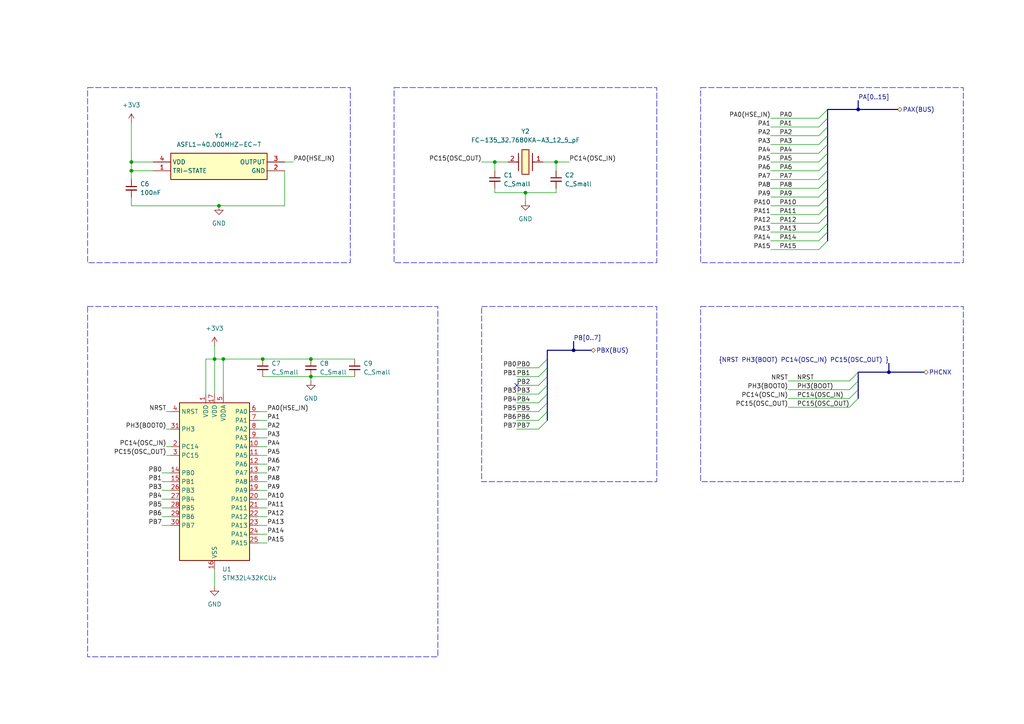
<source format=kicad_sch>
(kicad_sch (version 20231120) (generator "eeschema") (generator_version "8.0")
  (paper "A4")
  (lib_symbols
    (symbol "ASLF1_40MHZ_1:ASFL1-40.000MHZ-EC-T"
      (property "Reference" "Y" (at 34.29 7.62 0))
      (property "Value" "ASFL1-40.000MHZ-EC-T" (at 34.29 5.08 0))
      (symbol "ASFL1-40.000MHZ-EC-T_1_1"
        (rectangle (start 5.08 2.54) (end 33.02 -5.08) (stroke (width 0.254)) (fill (type background)))
        (pin passive line (at 0 -2.54 0) (length 5.08) (name "TRI-STATE") (number "1"))
        (pin passive line (at 38.1 -2.54 180) (length 5.08) (name "GND") (number "2"))
        (pin passive line (at 38.1 0 180) (length 5.08) (name "OUTPUT") (number "3"))
        (pin passive line (at 0 0 0) (length 5.08) (name "VDD") (number "4"))
      )
    )
    (symbol "Device:C_Small" (pin_numbers hide) (pin_names (offset 0.254) hide)
      (property "Reference" "C" (at 0.254 1.778 0))
      (property "Value" "C_Small" (at 0.254 -2.032 0))
      (symbol "C_Small_0_1"
        (polyline (pts (xy -1.524 -0.508) (xy 1.524 -0.508)) (stroke (width 0.3302)))
        (polyline (pts (xy -1.524 0.508) (xy 1.524 0.508)) (stroke (width 0.3048)))
      )
      (symbol "C_Small_1_1"
        (pin passive line (at 0 2.54 270) (length 2.032) (name "~") (number "1"))
        (pin passive line (at 0 -2.54 90) (length 2.032) (name "~") (number "2"))
      )
    )
    (symbol "FC_135_CLOCK_KI_CAD:FC-135_32.7680KA-A3" (pin_names hide)
      (property "Reference" "Y" (at 8.89 6.35 0))
      (property "Value" "FC-135_32.7680KA-A3" (at 8.89 3.81 0))
      (symbol "FC-135_32.7680KA-A3_1_1"
        (polyline (pts (xy 3.048 0) (xy 2.54 0)) (stroke (width 0.254)))
        (polyline (pts (xy 3.048 2.54) (xy 3.048 -2.54)) (stroke (width 0.254)))
        (polyline (pts (xy 7.112 0) (xy 7.62 0)) (stroke (width 0.254)))
        (polyline (pts (xy 7.112 2.54) (xy 7.112 -2.54)) (stroke (width 0.254)))
        (rectangle (start 4.064 3.556) (end 6.096 -3.556) (stroke (width 0.254)) (fill (type background)))
        (pin passive line (at 10.16 0 180) (length 2.54) (name "") (number "1"))
        (pin passive line (at 0 0 0) (length 2.54) (name "X2") (number "2"))
      )
    )
    (symbol "MCU_ST_STM32L4:STM32L432KCUx"
      (property "Reference" "U" (at -10.16 24.13 0))
      (property "Value" "STM32L432KCUx" (at 5.08 24.13 0))
      (symbol "STM32L432KCUx_0_1"
        (rectangle (start -10.16 -22.86) (end 10.16 22.86) (stroke (width 0.254)) (fill (type background)))
      )
      (symbol "STM32L432KCUx_1_1"
        (pin power_in line (at -2.54 25.4 270) (length 2.54) (name "VDD") (number "1"))
        (pin bidirectional line (at 12.7 10.16 180) (length 2.54) (name "PA4") (number "10"))
        (pin bidirectional line (at 12.7 7.62 180) (length 2.54) (name "PA5") (number "11"))
        (pin bidirectional line (at 12.7 5.08 180) (length 2.54) (name "PA6") (number "12"))
        (pin bidirectional line (at 12.7 2.54 180) (length 2.54) (name "PA7") (number "13"))
        (pin bidirectional line (at -12.7 2.54 0) (length 2.54) (name "PB0") (number "14"))
        (pin bidirectional line (at -12.7 0 0) (length 2.54) (name "PB1") (number "15"))
        (pin power_in line (at 0 -25.4 90) (length 2.54) (name "VSS") (number "16"))
        (pin power_in line (at 0 25.4 270) (length 2.54) (name "VDD") (number "17"))
        (pin bidirectional line (at 12.7 0 180) (length 2.54) (name "PA8") (number "18"))
        (pin bidirectional line (at 12.7 -2.54 180) (length 2.54) (name "PA9") (number "19"))
        (pin bidirectional line (at -12.7 10.16 0) (length 2.54) (name "PC14") (number "2"))
        (pin bidirectional line (at 12.7 -5.08 180) (length 2.54) (name "PA10") (number "20"))
        (pin bidirectional line (at 12.7 -7.62 180) (length 2.54) (name "PA11") (number "21"))
        (pin bidirectional line (at 12.7 -10.16 180) (length 2.54) (name "PA12") (number "22"))
        (pin bidirectional line (at 12.7 -12.7 180) (length 2.54) (name "PA13") (number "23"))
        (pin bidirectional line (at 12.7 -15.24 180) (length 2.54) (name "PA14") (number "24"))
        (pin bidirectional line (at 12.7 -17.78 180) (length 2.54) (name "PA15") (number "25"))
        (pin bidirectional line (at -12.7 -2.54 0) (length 2.54) (name "PB3") (number "26"))
        (pin bidirectional line (at -12.7 -5.08 0) (length 2.54) (name "PB4") (number "27"))
        (pin bidirectional line (at -12.7 -7.62 0) (length 2.54) (name "PB5") (number "28"))
        (pin bidirectional line (at -12.7 -10.16 0) (length 2.54) (name "PB6") (number "29"))
        (pin bidirectional line (at -12.7 7.62 0) (length 2.54) (name "PC15") (number "3"))
        (pin bidirectional line (at -12.7 -12.7 0) (length 2.54) (name "PB7") (number "30"))
        (pin bidirectional line (at -12.7 15.24 0) (length 2.54) (name "PH3") (number "31"))
        (pin passive line (at 0 -25.4 90) (length 2.54) hide (name "VSS") (number "32"))
        (pin passive line (at 0 -25.4 90) (length 2.54) hide (name "VSS") (number "33"))
        (pin input line (at -12.7 20.32 0) (length 2.54) (name "NRST") (number "4"))
        (pin power_in line (at 2.54 25.4 270) (length 2.54) (name "VDDA") (number "5"))
        (pin bidirectional line (at 12.7 20.32 180) (length 2.54) (name "PA0") (number "6"))
        (pin bidirectional line (at 12.7 17.78 180) (length 2.54) (name "PA1") (number "7"))
        (pin bidirectional line (at 12.7 15.24 180) (length 2.54) (name "PA2") (number "8"))
        (pin bidirectional line (at 12.7 12.7 180) (length 2.54) (name "PA3") (number "9"))
      )
    )
    (symbol "power:+3V3" (power) (pin_numbers hide) (pin_names (offset 0) hide)
      (property "Value" "+3V3" (at 0 3.556 0))
      (symbol "+3V3_0_1"
        (polyline (pts (xy -0.762 1.27) (xy 0 2.54)))
        (polyline (pts (xy 0 0) (xy 0 2.54)))
        (polyline (pts (xy 0 2.54) (xy 0.762 1.27)))
      )
      (symbol "+3V3_1_1"
        (pin power_in line (at 0 0 90) (length 0) (name "~") (number "1"))
      )
    )
    (symbol "power:GND" (power) (pin_numbers hide) (pin_names (offset 0) hide)
      (property "Value" "GND" (at 0 -3.81 0))
      (symbol "GND_0_1"
        (polyline (pts (xy 0 0) (xy 0 -1.27) (xy 1.27 -1.27) (xy 0 -2.54) (xy -1.27 -1.27) (xy 0 -1.27)))
      )
      (symbol "GND_1_1"
        (pin power_in line (at 0 0 270) (length 0) (name "~") (number "1"))
      )
    )
  )
  (junction (at 63.5 59.69))
  (junction (at 257.81 107.95))
  (junction (at 161.29 46.99))
  (junction (at 62.23 104.14))
  (junction (at 76.2 104.14))
  (junction (at 143.51 46.99))
  (junction (at 248.92 31.75))
  (junction (at 152.4 55.88))
  (junction (at 64.77 104.14))
  (junction (at 90.17 104.14))
  (junction (at 38.1 46.99))
  (junction (at 90.17 109.22))
  (junction (at 38.1 49.53))
  (junction (at 166.37 101.6))
  (no_connect (at 149.86 111.76))
  (bus_entry (at 240.03 64.77) (size -2.54 2.54))
  (bus_entry (at 240.03 59.69) (size -2.54 2.54))
  (bus_entry (at 240.03 44.45) (size -2.54 2.54))
  (bus_entry (at 158.75 111.76) (size -2.54 2.54))
  (bus_entry (at 248.92 115.57) (size -2.54 2.54))
  (bus_entry (at 240.03 31.75) (size -2.54 2.54))
  (bus_entry (at 240.03 34.29) (size -2.54 2.54))
  (bus_entry (at 248.92 110.49) (size -2.54 2.54))
  (bus_entry (at 158.75 104.14) (size -2.54 2.54))
  (bus_entry (at 158.75 121.92) (size -2.54 2.54))
  (bus_entry (at 248.92 107.95) (size -2.54 2.54))
  (bus_entry (at 158.75 109.22) (size -2.54 2.54))
  (bus_entry (at 240.03 54.61) (size -2.54 2.54))
  (bus_entry (at 158.75 116.84) (size -2.54 2.54))
  (bus_entry (at 248.92 113.03) (size -2.54 2.54))
  (bus_entry (at 240.03 36.83) (size -2.54 2.54))
  (bus_entry (at 240.03 67.31) (size -2.54 2.54))
  (bus_entry (at 158.75 106.68) (size -2.54 2.54))
  (bus_entry (at 158.75 119.38) (size -2.54 2.54))
  (bus_entry (at 240.03 57.15) (size -2.54 2.54))
  (bus_entry (at 158.75 114.3) (size -2.54 2.54))
  (bus_entry (at 240.03 62.23) (size -2.54 2.54))
  (bus_entry (at 240.03 69.85) (size -2.54 2.54))
  (bus_entry (at 240.03 52.07) (size -2.54 2.54))
  (bus_entry (at 240.03 39.37) (size -2.54 2.54))
  (bus_entry (at 240.03 49.53) (size -2.54 2.54))
  (bus_entry (at 240.03 41.91) (size -2.54 2.54))
  (bus_entry (at 240.03 46.99) (size -2.54 2.54))
  (wire (pts (xy 143.51 55.88) (xy 143.51 54.61)))
  (wire (pts (xy 38.1 59.69) (xy 63.5 59.69)))
  (wire (pts (xy 46.99 147.32) (xy 49.53 147.32)))
  (wire (pts (xy 38.1 57.15) (xy 38.1 59.69)))
  (wire (pts (xy 223.52 41.91) (xy 237.49 41.91)))
  (bus (pts (xy 158.75 119.38) (xy 158.75 121.92)))
  (wire (pts (xy 77.47 149.86) (xy 74.93 149.86)))
  (wire (pts (xy 237.49 57.15) (xy 223.52 57.15)))
  (bus (pts (xy 257.81 107.95) (xy 267.97 107.95)))
  (wire (pts (xy 77.47 152.4) (xy 74.93 152.4)))
  (bus (pts (xy 240.03 46.99) (xy 240.03 49.53)))
  (bus (pts (xy 166.37 101.6) (xy 171.45 101.6)))
  (wire (pts (xy 48.26 129.54) (xy 49.53 129.54)))
  (wire (pts (xy 62.23 165.1) (xy 62.23 170.18)))
  (bus (pts (xy 158.75 109.22) (xy 158.75 111.76)))
  (wire (pts (xy 77.47 147.32) (xy 74.93 147.32)))
  (wire (pts (xy 46.99 144.78) (xy 49.53 144.78)))
  (wire (pts (xy 90.17 104.14) (xy 102.87 104.14)))
  (wire (pts (xy 223.52 39.37) (xy 237.49 39.37)))
  (wire (pts (xy 90.17 109.22) (xy 90.17 110.49)))
  (wire (pts (xy 46.99 142.24) (xy 49.53 142.24)))
  (bus (pts (xy 158.75 116.84) (xy 158.75 119.38)))
  (wire (pts (xy 223.52 54.61) (xy 237.49 54.61)))
  (bus (pts (xy 248.92 29.21) (xy 248.92 31.75)))
  (wire (pts (xy 44.45 46.99) (xy 38.1 46.99)))
  (wire (pts (xy 228.6 113.03) (xy 246.38 113.03)))
  (wire (pts (xy 38.1 49.53) (xy 38.1 52.07)))
  (wire (pts (xy 223.52 67.31) (xy 237.49 67.31)))
  (bus (pts (xy 240.03 57.15) (xy 240.03 59.69)))
  (wire (pts (xy 223.52 72.39) (xy 237.49 72.39)))
  (bus (pts (xy 158.75 104.14) (xy 158.75 101.6)))
  (bus (pts (xy 166.37 99.06) (xy 166.37 101.6)))
  (wire (pts (xy 228.6 115.57) (xy 246.38 115.57)))
  (wire (pts (xy 149.86 116.84) (xy 156.21 116.84)))
  (bus (pts (xy 240.03 49.53) (xy 240.03 52.07)))
  (wire (pts (xy 77.47 134.62) (xy 74.93 134.62)))
  (wire (pts (xy 48.26 132.08) (xy 49.53 132.08)))
  (wire (pts (xy 38.1 49.53) (xy 38.1 46.99)))
  (wire (pts (xy 82.55 46.99) (xy 85.09 46.99)))
  (wire (pts (xy 228.6 110.49) (xy 246.38 110.49)))
  (wire (pts (xy 77.47 119.38) (xy 74.93 119.38)))
  (wire (pts (xy 161.29 49.53) (xy 161.29 46.99)))
  (wire (pts (xy 237.49 34.29) (xy 223.52 34.29)))
  (bus (pts (xy 240.03 64.77) (xy 240.03 67.31)))
  (wire (pts (xy 64.77 104.14) (xy 64.77 114.3)))
  (wire (pts (xy 77.47 154.94) (xy 74.93 154.94)))
  (bus (pts (xy 240.03 31.75) (xy 248.92 31.75)))
  (wire (pts (xy 152.4 55.88) (xy 152.4 58.42)))
  (bus (pts (xy 248.92 115.57) (xy 248.92 113.03)))
  (wire (pts (xy 228.6 118.11) (xy 246.38 118.11)))
  (wire (pts (xy 48.26 119.38) (xy 49.53 119.38)))
  (bus (pts (xy 248.92 113.03) (xy 248.92 110.49)))
  (wire (pts (xy 77.47 132.08) (xy 74.93 132.08)))
  (wire (pts (xy 77.47 129.54) (xy 74.93 129.54)))
  (wire (pts (xy 77.47 124.46) (xy 74.93 124.46)))
  (wire (pts (xy 76.2 104.14) (xy 64.77 104.14)))
  (wire (pts (xy 82.55 59.69) (xy 82.55 49.53)))
  (bus (pts (xy 240.03 59.69) (xy 240.03 62.23)))
  (bus (pts (xy 158.75 114.3) (xy 158.75 116.84)))
  (wire (pts (xy 149.86 119.38) (xy 156.21 119.38)))
  (bus (pts (xy 240.03 67.31) (xy 240.03 69.85)))
  (wire (pts (xy 149.86 124.46) (xy 156.21 124.46)))
  (wire (pts (xy 77.47 127) (xy 74.93 127)))
  (wire (pts (xy 161.29 46.99) (xy 165.1 46.99)))
  (wire (pts (xy 59.69 104.14) (xy 59.69 114.3)))
  (wire (pts (xy 76.2 104.14) (xy 90.17 104.14)))
  (bus (pts (xy 240.03 62.23) (xy 240.03 64.77)))
  (wire (pts (xy 223.52 64.77) (xy 237.49 64.77)))
  (wire (pts (xy 46.99 149.86) (xy 49.53 149.86)))
  (bus (pts (xy 248.92 107.95) (xy 257.81 107.95)))
  (wire (pts (xy 223.52 62.23) (xy 237.49 62.23)))
  (bus (pts (xy 240.03 44.45) (xy 240.03 46.99)))
  (wire (pts (xy 147.32 46.99) (xy 143.51 46.99)))
  (wire (pts (xy 149.86 121.92) (xy 156.21 121.92)))
  (wire (pts (xy 143.51 46.99) (xy 143.51 49.53)))
  (wire (pts (xy 44.45 49.53) (xy 38.1 49.53)))
  (bus (pts (xy 240.03 52.07) (xy 240.03 54.61)))
  (wire (pts (xy 64.77 104.14) (xy 62.23 104.14)))
  (bus (pts (xy 240.03 31.75) (xy 240.03 34.29)))
  (wire (pts (xy 48.26 124.46) (xy 49.53 124.46)))
  (bus (pts (xy 158.75 111.76) (xy 158.75 114.3)))
  (wire (pts (xy 143.51 55.88) (xy 152.4 55.88)))
  (wire (pts (xy 77.47 121.92) (xy 74.93 121.92)))
  (bus (pts (xy 248.92 110.49) (xy 248.92 107.95)))
  (wire (pts (xy 77.47 137.16) (xy 74.93 137.16)))
  (bus (pts (xy 257.81 105.41) (xy 257.81 107.95)))
  (wire (pts (xy 76.2 109.22) (xy 90.17 109.22)))
  (wire (pts (xy 161.29 55.88) (xy 152.4 55.88)))
  (wire (pts (xy 139.7 46.99) (xy 143.51 46.99)))
  (wire (pts (xy 161.29 55.88) (xy 161.29 54.61)))
  (wire (pts (xy 149.86 114.3) (xy 156.21 114.3)))
  (wire (pts (xy 223.52 36.83) (xy 237.49 36.83)))
  (bus (pts (xy 240.03 34.29) (xy 240.03 36.83)))
  (wire (pts (xy 62.23 100.33) (xy 62.23 104.14)))
  (wire (pts (xy 77.47 139.7) (xy 74.93 139.7)))
  (wire (pts (xy 149.86 111.76) (xy 156.21 111.76)))
  (wire (pts (xy 223.52 52.07) (xy 237.49 52.07)))
  (bus (pts (xy 158.75 101.6) (xy 166.37 101.6)))
  (wire (pts (xy 46.99 152.4) (xy 49.53 152.4)))
  (wire (pts (xy 156.21 106.68) (xy 149.86 106.68)))
  (wire (pts (xy 77.47 157.48) (xy 74.93 157.48)))
  (wire (pts (xy 62.23 104.14) (xy 59.69 104.14)))
  (bus (pts (xy 240.03 36.83) (xy 240.03 39.37)))
  (bus (pts (xy 248.92 31.75) (xy 260.35 31.75)))
  (wire (pts (xy 62.23 104.14) (xy 62.23 114.3)))
  (wire (pts (xy 46.99 137.16) (xy 49.53 137.16)))
  (wire (pts (xy 46.99 139.7) (xy 49.53 139.7)))
  (wire (pts (xy 223.52 69.85) (xy 237.49 69.85)))
  (bus (pts (xy 240.03 39.37) (xy 240.03 41.91)))
  (wire (pts (xy 223.52 44.45) (xy 237.49 44.45)))
  (wire (pts (xy 38.1 46.99) (xy 38.1 35.56)))
  (wire (pts (xy 223.52 49.53) (xy 237.49 49.53)))
  (wire (pts (xy 157.48 46.99) (xy 161.29 46.99)))
  (bus (pts (xy 158.75 106.68) (xy 158.75 109.22)))
  (wire (pts (xy 77.47 144.78) (xy 74.93 144.78)))
  (wire (pts (xy 63.5 59.69) (xy 82.55 59.69)))
  (wire (pts (xy 223.52 46.99) (xy 237.49 46.99)))
  (wire (pts (xy 77.47 142.24) (xy 74.93 142.24)))
  (bus (pts (xy 240.03 41.91) (xy 240.03 44.45)))
  (wire (pts (xy 90.17 109.22) (xy 102.87 109.22)))
  (bus (pts (xy 240.03 54.61) (xy 240.03 57.15)))
  (bus (pts (xy 158.75 106.68) (xy 158.75 104.14)))
  (wire (pts (xy 149.86 109.22) (xy 156.21 109.22)))
  (wire (pts (xy 237.49 59.69) (xy 223.52 59.69)))
  (rectangle (start 114.3 25.4) (end 190.5 76.2) (stroke (width 0) (type dash)))
  (rectangle (start 139.7 88.9) (end 190.5 139.7) (stroke (width 0) (type dash)))
  (rectangle (start 203.2 25.4) (end 279.4 76.2) (stroke (width 0) (type dash)))
  (rectangle (start 25.4 25.4) (end 101.6 76.2) (stroke (width 0) (type dash)))
  (rectangle (start 25.4 88.9) (end 127 190.5) (stroke (width 0) (type dash)))
  (rectangle (start 203.2 88.9) (end 279.4 139.7) (stroke (width 0) (type dash)))
  (label "PA0(HSE_IN)" (at 223.52 34.29 180))
  (label "PB4" (at 149.86 116.84 180))
  (label "PA14" (at 223.52 69.85 180))
  (label "PC14(OSC_IN)" (at 48.26 129.54 180))
  (label "PA3" (at 226.06 41.91 0))
  (label "PA4" (at 77.47 129.54 0))
  (label "PB2" (at 149.86 111.76 0))
  (label "PA6" (at 223.52 49.53 180))
  (label "PA10" (at 77.47 144.78 0))
  (label "PA6" (at 77.47 134.62 0))
  (label "PA14" (at 226.06 69.85 0))
  (label "PA3" (at 77.47 127 0))
  (label "PA[0..15]" (at 248.92 29.21 0))
  (label "PB1" (at 46.99 139.7 180))
  (label "PC15(OSC_OUT)" (at 48.26 132.08 180))
  (label "NRST" (at 231.14 110.49 0))
  (label "PA15" (at 77.47 157.48 0))
  (label "NRST" (at 228.6 110.49 180))
  (label "PA5" (at 223.52 46.99 180))
  (label "PA15" (at 223.52 72.39 180))
  (label "PB5" (at 149.86 119.38 0))
  (label "PA7" (at 223.52 52.07 180))
  (label "NRST" (at 48.26 119.38 180))
  (label "PB7" (at 149.86 124.46 0))
  (label "PA12" (at 223.52 64.77 180))
  (label "PC14(OSC_IN)" (at 231.14 115.57 0))
  (label "PA5" (at 226.06 46.99 0))
  (label "PB5" (at 149.86 119.38 180))
  (label "PA13" (at 223.52 67.31 180))
  (label "PB4" (at 46.99 144.78 180))
  (label "PA8" (at 226.06 54.61 0))
  (label "PA4" (at 223.52 44.45 180))
  (label "PA0(HSE_IN)" (at 77.47 119.38 0))
  (label "PA11" (at 226.06 62.23 0))
  (label "PC15(OSC_OUT)" (at 228.6 118.11 180))
  (label "PA13" (at 77.47 152.4 0))
  (label "PA8" (at 77.47 139.7 0))
  (label "PB0" (at 149.86 106.68 180))
  (label "PA5" (at 77.47 132.08 0))
  (label "PA8" (at 223.52 54.61 180))
  (label "PA1" (at 226.06 36.83 0))
  (label "PB1" (at 149.86 109.22 0))
  (label "PB6" (at 149.86 121.92 0))
  (label "PA1" (at 77.47 121.92 0))
  (label "PA15" (at 226.06 72.39 0))
  (label "PB3" (at 149.86 114.3 0))
  (label "PA3" (at 223.52 41.91 180))
  (label "PC15(OSC_OUT)" (at 139.7 46.99 180))
  (label "PA11" (at 77.47 147.32 0))
  (label "PB3" (at 149.86 114.3 180))
  (label "PB0" (at 149.86 106.68 0))
  (label "PA7" (at 226.06 52.07 0))
  (label "PA11" (at 223.52 62.23 180))
  (label "PB3" (at 46.99 142.24 180))
  (label "PA2" (at 226.06 39.37 0))
  (label "PA7" (at 77.47 137.16 0))
  (label "PA6" (at 226.06 49.53 0))
  (label "PC14(OSC_IN)" (at 165.1 46.99 0))
  (label "PB5" (at 46.99 147.32 180))
  (label "PA4" (at 226.06 44.45 0))
  (label "PB7" (at 46.99 152.4 180))
  (label "PB4" (at 149.86 116.84 0))
  (label "PA2" (at 223.52 39.37 180))
  (label "PA10" (at 226.06 59.69 0))
  (label "PH3(BOOT)" (at 231.14 113.03 0))
  (label "PH3(BOOT0)" (at 228.6 113.03 180))
  (label "PA13" (at 226.06 67.31 0))
  (label "PA9" (at 226.06 57.15 0))
  (label "PA9" (at 223.52 57.15 180))
  (label "PA12" (at 226.06 64.77 0))
  (label "PA1" (at 223.52 36.83 180))
  (label "PA10" (at 223.52 59.69 180))
  (label "PB6" (at 46.99 149.86 180))
  (label "PB7" (at 149.86 124.46 180))
  (label "PB6" (at 149.86 121.92 180))
  (label "PA2" (at 77.47 124.46 0))
  (label "PA0" (at 226.06 34.29 0))
  (label "{NRST PH3(BOOT) PC14(OSC_IN) PC15(OSC_OUT) }" (at 257.81 105.41 180))
  (label "PB1" (at 149.86 109.22 180))
  (label "PA9" (at 77.47 142.24 0))
  (label "PC15(OSC_OUT)" (at 231.14 118.11 0))
  (label "PC14(OSC_IN)" (at 228.6 115.57 180))
  (label "PA12" (at 77.47 149.86 0))
  (label "PH3(BOOT0)" (at 48.26 124.46 180))
  (label "PA0(HSE_IN)" (at 85.09 46.99 0))
  (label "PB0" (at 46.99 137.16 180))
  (label "PA14" (at 77.47 154.94 0))
  (label "PB[0..7]" (at 166.37 99.06 0))
  (hierarchical_label "PAX(BUS)" (shape bidirectional) (at 260.35 31.75 0))
  (hierarchical_label "PBX(BUS)" (shape bidirectional) (at 171.45 101.6 0))
  (hierarchical_label "PHCNX" (shape bidirectional) (at 267.97 107.95 0))
  (symbol (lib_id "Device:C_Small") (at 102.87 106.68 0) (unit 1)
    (property "Reference" "C9" (at 105.41 105.4162 0) (effects (justify left)))
    (property "Value" "C_Small" (at 105.41 107.9562 0) (effects (justify left)))
    (property "Footprint" "Capacitor_SMD:C_0603_1608Metric" (effects (hide yes)))
    (property "Description" "Unpolarized capacitor, small symbol" (effects (hide yes)))
  )
  (symbol (lib_id "power:GND") (at 152.4 58.42 0) (unit 1)
    (property "Reference" "#PWR012" (effects (hide yes)))
    (property "Value" "GND" (at 152.4 63.5 0))
    (property "Description" "Power symbol creates a global label with name \"GND\" , ground" (effects (hide yes)))
  )
  (symbol (lib_id "power:GND") (at 62.23 170.18 0) (unit 1)
    (property "Reference" "#PWR02" (effects (hide yes)))
    (property "Value" "GND" (at 62.23 175.26 0))
    (property "Description" "Power symbol creates a global label with name \"GND\" , ground" (effects (hide yes)))
  )
  (symbol (lib_id "power:GND") (at 63.5 59.69 0) (unit 1)
    (property "Reference" "#PWR03" (effects (hide yes)))
    (property "Value" "GND" (at 63.5 64.77 0))
    (property "Description" "Power symbol creates a global label with name \"GND\" , ground" (effects (hide yes)))
  )
  (symbol (lib_id "MCU_ST_STM32L4:STM32L432KCUx") (at 62.23 139.7 0) (unit 1)
    (property "Reference" "U1" (at 64.4241 165.1 0) (effects (justify left)))
    (property "Value" "STM32L432KCUx" (at 64.4241 167.64 0) (effects (justify left)))
    (property "Footprint" "Package_DFN_QFN:QFN-32-1EP_5x5mm_P0.5mm_EP3.65x3.65mm_ThermalVias" (effects (hide yes)))
    (property "Datasheet" "https://www.st.com/resource/en/datasheet/stm32l432kc.pdf" (effects (hide yes)))
    (property "Description" "STMicroelectronics Arm Cortex-M4 MCU, 256KB flash, 64KB RAM, 80 MHz, 1.71-3.6V, 26 GPIO, UFQFPN32" (effects (hide yes)))
  )
  (symbol (lib_id "Device:C_Small") (at 76.2 106.68 0) (unit 1)
    (property "Reference" "C7" (at 78.74 105.4162 0) (effects (justify left)))
    (property "Value" "C_Small" (at 78.74 107.9562 0) (effects (justify left)))
    (property "Footprint" "Capacitor_SMD:C_0603_1608Metric" (effects (hide yes)))
    (property "Description" "Unpolarized capacitor, small symbol" (effects (hide yes)))
  )
  (symbol (lib_id "FC_135_CLOCK_KI_CAD:FC-135_32.7680KA-A3") (at 147.32 46.99 0) (unit 1)
    (property "Reference" "Y2" (at 152.4 38.1 0))
    (property "Value" "FC-135_32.7680KA-A3_12_5_pF" (at 152.4 40.64 0))
    (property "Footprint" "FC_135_CLOCK_KI_CAD:FC-135_32_7680KA-A3" (effects (hide yes)))
    (property "Datasheet" "https://support.epson.biz/td/api/doc_check.php?dl=brief_fc-135r_en.pdf" (effects (hide yes)))
    (property "Description" "Crystals 32.768KHz 20ppm 12.5pF -40C -85C" (effects (hide yes)))
    (property "Height" "0.9" (effects (hide yes)))
    (property "Mouser Part Number" "732-FC135-32.76KAA3" (effects (hide yes)))
    (property "Mouser Price/Stock" "https://www.mouser.co.uk/ProductDetail/Epson-Timing/FC-135-32.7680KA-A3?qs=l3LL3yk8ONaUpektQ%252BySkw%3D%3D" (effects (hide yes)))
    (property "Manufacturer_Name" "Epson Timing" (effects (hide yes)))
    (property "Manufacturer_Part_Number" "FC-135 32.7680KA-A3" (effects (hide yes)))
  )
  (symbol (lib_id "Device:C_Small") (at 38.1 54.61 0) (unit 1)
    (property "Reference" "C6" (at 40.64 53.3462 0) (effects (justify left)))
    (property "Value" "100nF" (at 40.64 55.8862 0) (effects (justify left)))
    (property "Footprint" "Capacitor_SMD:C_0603_1608Metric" (effects (hide yes)))
    (property "Description" "Unpolarized capacitor, small symbol" (effects (hide yes)))
  )
  (symbol (lib_id "power:GND") (at 90.17 110.49 0) (unit 1)
    (property "Reference" "#PWR01" (effects (hide yes)))
    (property "Value" "GND" (at 90.17 115.57 0))
    (property "Description" "Power symbol creates a global label with name \"GND\" , ground" (effects (hide yes)))
  )
  (symbol (lib_id "Device:C_Small") (at 161.29 52.07 0) (unit 1)
    (property "Reference" "C2" (at 163.83 50.8062 0) (effects (justify left)))
    (property "Value" "C_Small" (at 163.83 53.3462 0) (effects (justify left)))
    (property "Footprint" "Capacitor_SMD:C_0402_1005Metric" (effects (hide yes)))
    (property "Description" "Unpolarized capacitor, small symbol" (effects (hide yes)))
  )
  (symbol (lib_id "ASLF1_40MHZ_1:ASFL1-40.000MHZ-EC-T") (at 44.45 46.99 0) (unit 1)
    (property "Reference" "Y1" (at 63.5 39.37 0))
    (property "Value" "ASFL1-40.000MHZ-EC-T" (at 63.5 41.91 0))
    (property "Footprint" "ASFL1" (effects (hide yes)))
    (property "Datasheet" "https://abracon.com/Oscillators/ASFL1.pdf" (effects (hide yes)))
    (property "Description" "40 MHz XO (Standard) HCMOS, TTL Oscillator 3.3V Enable/Disable 4-SMD, No Lead" (effects (hide yes)))
    (property "Height" "1.3" (effects (hide yes)))
    (property "Mouser Part Number" "815-ASFL1-40.0-EC-T" (effects (hide yes)))
    (property "Mouser Price/Stock" "https://www.mouser.co.uk/ProductDetail/ABRACON/ASFL1-40.000MHZ-EC-T?qs=NE97hfUNX0FK8t%252BInGl85g%3D%3D" (effects (hide yes)))
    (property "Manufacturer_Name" "ABRACON" (effects (hide yes)))
    (property "Manufacturer_Part_Number" "ASFL1-40.000MHZ-EC-T" (effects (hide yes)))
  )
  (symbol (lib_id "Device:C_Small") (at 90.17 106.68 0) (unit 1)
    (property "Reference" "C8" (at 92.71 105.4162 0) (effects (justify left)))
    (property "Value" "C_Small" (at 92.71 107.9562 0) (effects (justify left)))
    (property "Footprint" "Capacitor_SMD:C_0603_1608Metric" (effects (hide yes)))
    (property "Description" "Unpolarized capacitor, small symbol" (effects (hide yes)))
  )
  (symbol (lib_id "Device:C_Small") (at 143.51 52.07 0) (unit 1)
    (property "Reference" "C1" (at 146.05 50.8062 0) (effects (justify left)))
    (property "Value" "C_Small" (at 146.05 53.3462 0) (effects (justify left)))
    (property "Footprint" "Capacitor_SMD:C_0402_1005Metric" (effects (hide yes)))
    (property "Description" "Unpolarized capacitor, small symbol" (effects (hide yes)))
  )
  (symbol (lib_id "power:+3V3") (at 38.1 35.56 0) (unit 1)
    (property "Reference" "#PWR04" (effects (hide yes)))
    (property "Value" "+3V3" (at 38.1 30.48 0))
    (property "Description" "Power symbol creates a global label with name \"+3V3\"" (effects (hide yes)))
  )
  (symbol (lib_id "power:+3V3") (at 62.23 100.33 0) (unit 1)
    (property "Reference" "#PWR018" (effects (hide yes)))
    (property "Value" "+3V3" (at 62.23 95.25 0))
    (property "Description" "Power symbol creates a global label with name \"+3V3\"" (effects (hide yes)))
  )
)
</source>
